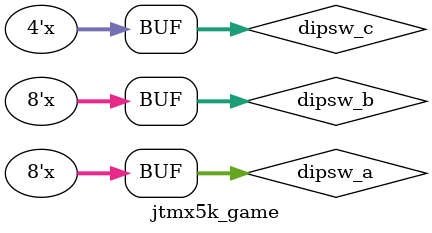
<source format=v>

/*  This file is part of JTCORES.
    JTCORES program is free software: you can redistribute it and/or modify
    it under the terms of the GNU General Public License as published by
    the Free Software Foundation, either version 3 of the License, or
    (at your option) any later version.

    JTCORES program is distributed in the hope that it will be useful,
    but WITHOUT ANY WARRANTY; without even the implied warranty of
    MERCHANTABILITY or FITNESS FOR A PARTICULAR PURPOSE.  See the
    GNU General Public License for more details.

    You should have received a copy of the GNU General Public License
    along with JTCORES.  If not, see <http://www.gnu.org/licenses/>.

    Author: Jose Tejada Gomez. Twitter: @topapate
    Version: 1.0
    Date: 21-8-2021 */

module jtmx5k_game(
    `include "jtframe_game_ports.inc" // see $JTFRAME/hdl/inc/jtframe_game_ports.inc
);

wire        snd_irq;
wire [15:0] gfx2_data;
wire [17:0] gfx2_addr;

wire [ 7:0] snd_latch;

wire [ 7:0] dipsw_a, dipsw_b;
wire [ 3:0] dipsw_c;

wire [15:0] cpu_addr;
wire        gfx1_ramcs, gfx2_ramcs, gfx1_cfg_cs, gfx2_cfg_cs, pal_cs;
wire        gfx1_vram_cs, gfx2_vram_cs;
wire        cpu_cen, cpu_rnw, cpu_irqn, cpu_nmin;
wire [ 7:0] gfx1_dout, pal_dout, cpu_dout, st_video;
wire [ 7:0] video_bank;
wire        prio_latch;

assign { dipsw_c, dipsw_b, dipsw_a } = dipsw[19:0];
assign debug_view = st_video;

`ifndef NOMAIN
jtcontra_main #(.GAME(2)) u_main(
    .clk            ( clk24         ),        // 24 MHz
    .rst            ( rst24         ),
    .cen3           ( cen3          ),
    .cpu_cen        ( cpu_cen       ),
    // communication with main CPU
    .snd_irq        ( snd_irq       ),
    .snd_latch      ( snd_latch     ),
    // ROM
    .rom_addr       ( main_addr     ),
    .rom_cs         ( main_cs       ),
    .rom_data       ( main_data     ),
    .rom_ok         ( 1'b1          ),
    // cabinet I/O
    .cab_1p         ( cab_1p[1:0]   ),
    .coin           ( coin[1:0]     ),
    .joystick1      ( joystick1     ),
    .joystick2      ( joystick2     ),
    .service        ( service       ),
    // GFX
    .cpu_addr       ( cpu_addr      ),
    .cpu_dout       ( cpu_dout      ),
    .cpu_rnw        ( cpu_rnw       ),
    .gfx_irqn       ( cpu_irqn      ),
    .gfx_nmin       ( cpu_nmin      ),
    .gfx1_cs        ( gfx1_ramcs    ),
    .gfx2_cs        (               ),
    .pal_cs         ( pal_cs        ),

    .gfx1_dout      ( gfx1_dout     ),
    .gfx2_dout      (               ),
    .pal_dout       ( pal_dout      ),

    .video_bank     ( video_bank    ),
    .prio_latch     ( prio_latch    ),
    // DIP switches
    .dip_pause      ( dip_pause     ),
    .dipsw_a        ( dipsw_a       ),
    .dipsw_b        ( dipsw_b       ),
    .dipsw_c        ( dipsw_c       )
);
`else
// load a sound code for simulation
assign snd_latch = 8'h22;
reg pre_irq=0;
initial begin
    #100_000_000 pre_irq=1;
end

assign snd_irq = pre_irq;
`endif

`ifndef NOVIDEO
jtmx5k_video u_video (
    .rst            ( rst           ),
    .clk            ( clk           ),
    .clk24          ( clk24         ),
    .pxl2_cen       ( pxl2_cen      ),
    .pxl_cen        ( pxl_cen       ),
    .LHBL           ( LHBL          ),
    .LVBL           ( LVBL          ),
    .HS             ( HS            ),
    .VS             ( VS            ),
    .flip           ( dip_flip      ),
    // GFX - CPU interface
    .cpu_irqn       ( cpu_irqn      ),
    .cpu_nmin       ( cpu_nmin      ),
    .gfx1_cs        ( gfx1_ramcs    ),
    .pal_cs         ( pal_cs        ),
    .cpu_rnw        ( cpu_rnw       ),
    .cpu_cen        ( cpu_cen       ),
    .cpu_addr       ( cpu_addr      ),
    .cpu_dout       ( cpu_dout      ),
    .gfx1_dout      ( gfx1_dout     ),
    .pal_dout       ( pal_dout      ),
    // SDRAM
    .gfx1_addr      ( gfx1_addr     ),
    .gfx1_data      ( gfx1_data     ),
    .gfx1_ok        ( gfx1_ok       ),
    .gfx1_romcs     ( gfx1_cs       ),
    // pixels
    .red            ( red           ),
    .green          ( green         ),
    .blue           ( blue          ),
    // Test
    .gfx_en         ( gfx_en        ),
    .debug_bus      ( debug_bus     ),
    .st_dout        ( st_video      )
);
`endif

jtmx5k_sound u_sound(
    .rst        ( rst24         ),
    .clk        ( clk24         ), // 24 MHz
    .cen_fm     ( cen_fm        ),
    .cen_fm2    ( cen_fm2       ),
    // communication with main CPU
    .snd_irq    ( snd_irq       ),
    .snd_latch  ( snd_latch     ),
    // ROM
    .rom_addr   ( snd_addr      ),
    .rom_cs     ( snd_cs        ),
    .rom_data   ( snd_data      ),
    // ADPCM ROM
    .pcma_addr  ( pcma_addr     ),
    .pcma_cs    ( pcma_cs       ),
    .pcma_dout  ( pcma_data     ),
    .pcma_ok    ( pcma_ok       ),

    .pcmb_addr  ( pcmb_addr     ),
    .pcmb_cs    ( pcmb_cs       ),
    .pcmb_dout  ( pcmb_data     ),
    .pcmb_ok    ( pcmb_ok       ),
    // Sound output
    .fm_l       ( fm_l          ),
    .fm_r       ( fm_r          ),
    .pcm        ( pcm           )
);

endmodule

</source>
